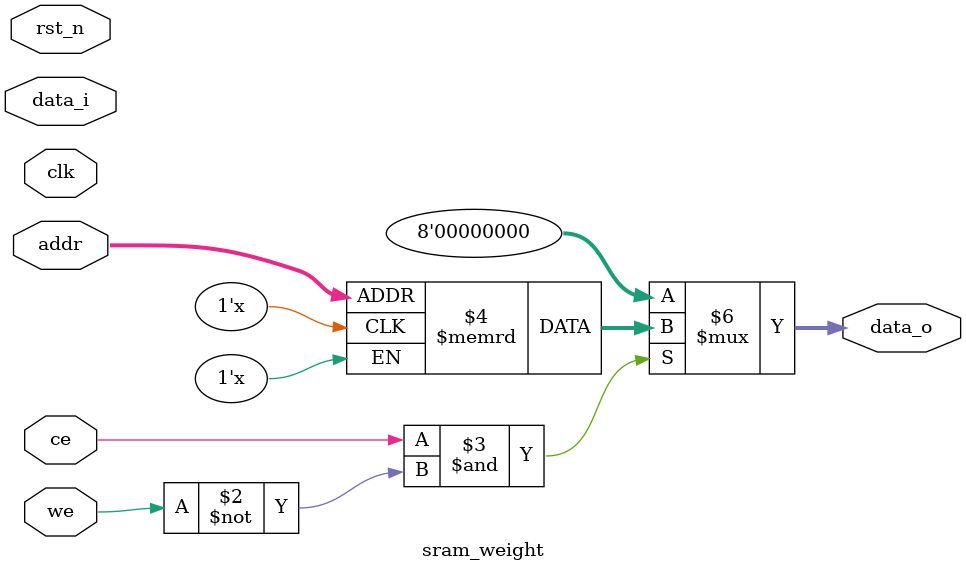
<source format=v>
module sram_weight(input clk,
                   input rst_n,
                   input ce,
                   input we,
                   input [5:0] addr,
                   input signed [7:0] data_i,
                   output reg signed [7:0] data_o);
    reg signed [7:0] data[0:49];
    // initial begin
    //     $readmemb("E:/Study/examples/github/VLSI_DIGITAL_SIGNAL_PROCESSING_SYSTEMS/LAB1/weight_mem.txt",data);
    // end
    
    // read data
    always @(*) begin
        if (ce&(~we)) begin
            data_o <= data[addr];
        end
        else begin
            data_o <= 0;
        end
    end
    
endmodule // sram_weight

</source>
